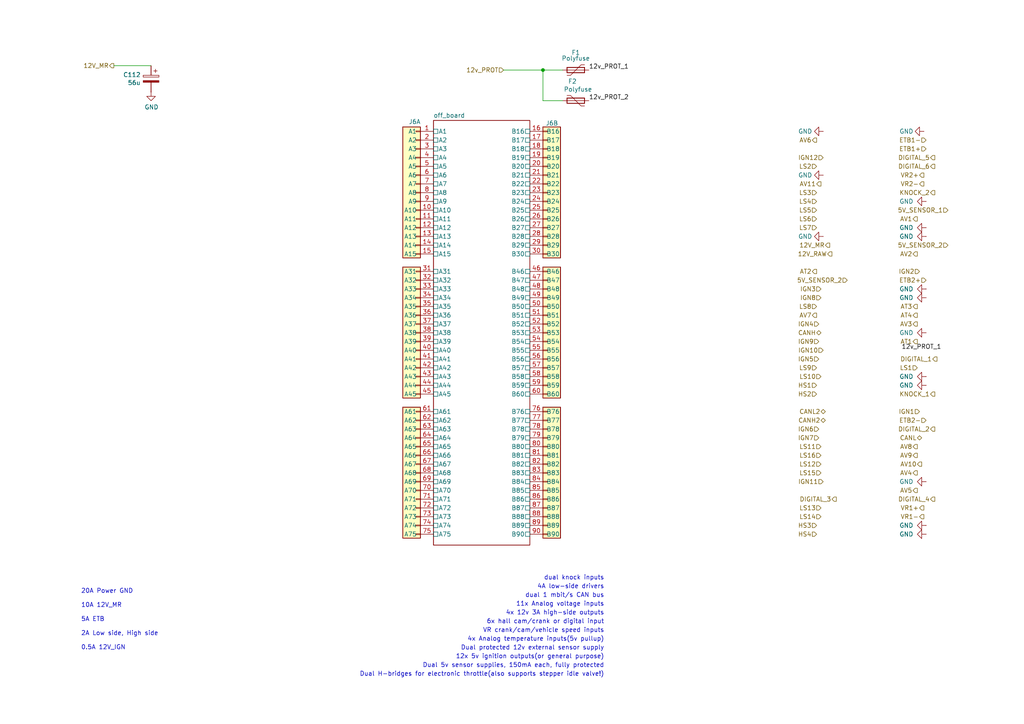
<source format=kicad_sch>
(kicad_sch (version 20250114) (generator "eeschema") (generator_version "9.0")
  (paper "A4")
  (title_block (title "rusEfi Proteus") (date "2022-04-09") (rev "v0.7") (company "rusEFI") (comment 1 "github.com/mck1117/proteus") (comment 2 "rusefi.com/s/proteus"))
  (lib_symbols
    (symbol "Capacitor_AKL:CP_SMD_Tantalum_Kemet-C_6032" (pin_numbers (hide yes)) (pin_names (offset 0.254))
      (property "Reference" "C" (at 0.635 2.54 0))
      (property "Value" "CP_SMD_Tantalum_Kemet-C_6032" (at 0.635 -2.54 0))
      (symbol "CP_SMD_Tantalum_Kemet-C_6032_0_1"
        (rectangle (start -2.286 1.016) (end 2.286 0.508))
        (polyline (pts (xy -1.778 2.286) (xy -0.762 2.286)))
        (polyline (pts (xy -1.27 2.794) (xy -1.27 1.778)))
        (rectangle (start 2.286 -0.508) (end -2.286 -1.016) (fill (type outline)))
      )
      (symbol "CP_SMD_Tantalum_Kemet-C_6032_0_2"
        (polyline (pts (xy -2.54 -2.54) (xy -0.6604 -0.6604)))
        (polyline (pts (xy -1.8796 0.6096) (xy 0.6096 -1.8796) (xy 0.9652 -1.524) (xy -1.524 0.9652) (xy -1.8796 0.6096)) (fill (type outline)))
        (polyline (pts (xy -0.9652 1.524) (xy 1.524 -0.9652) (xy 1.8796 -0.6096) (xy -0.6096 1.8796) (xy -0.9652 1.524)))
        (polyline (pts (xy 0 2.032) (xy 1.016 2.032)))
        (polyline (pts (xy 0.508 2.54) (xy 0.508 1.524)))
        (polyline (pts (xy 0.6604 0.6604) (xy 2.54 2.54)))
      )
      (symbol "CP_SMD_Tantalum_Kemet-C_6032_1_1"
        (pin passive line (at 0 3.81 270) (length 2.794) (name "~") (number "1"))
        (pin passive line (at 0 -3.81 90) (length 2.794) (name "~") (number "2"))
      )
      (symbol "CP_SMD_Tantalum_Kemet-C_6032_1_2"
        (pin passive line (at -2.54 -2.54 90) (length 0) (name "~") (number "2"))
        (pin passive line (at 2.54 2.54 270) (length 0) (name "~") (number "1"))
      )
    )
    (symbol "Conn_01x90_3Row_Header_1" (pin_names (offset 1.016))
      (property "Reference" "J" (at 1.27 60.833 0))
      (property "Value" "Conn_01x90_3Row_Header" (at 2.032 -61.468 0))
      (symbol "Conn_01x90_3Row_Header_1_1_1"
        (rectangle (start -1.016 59.69) (end 4.064 21.717) (stroke (width 0.254)) (fill (type background)))
        (rectangle (start -1.016 58.547) (end 0.254 58.293) (stroke (width 0.1524)))
        (rectangle (start -1.016 56.007) (end 0.254 55.753) (stroke (width 0.1524)))
        (rectangle (start -1.016 53.467) (end 0.254 53.213) (stroke (width 0.1524)))
        (rectangle (start -1.016 50.927) (end 0.254 50.673) (stroke (width 0.1524)))
        (rectangle (start -1.016 48.387) (end 0.254 48.133) (stroke (width 0.1524)))
        (rectangle (start -1.016 45.847) (end 0.254 45.593) (stroke (width 0.1524)))
        (rectangle (start -1.016 43.307) (end 0.254 43.053) (stroke (width 0.1524)))
        (rectangle (start -1.016 40.767) (end 0.254 40.513) (stroke (width 0.1524)))
        (rectangle (start -1.016 38.227) (end 0.254 37.973) (stroke (width 0.1524)))
        (rectangle (start -1.016 35.687) (end 0.254 35.433) (stroke (width 0.1524)))
        (rectangle (start -1.016 33.147) (end 0.254 32.893) (stroke (width 0.1524)))
        (rectangle (start -1.016 30.607) (end 0.254 30.353) (stroke (width 0.1524)))
        (rectangle (start -1.016 28.067) (end 0.254 27.813) (stroke (width 0.1524)))
        (rectangle (start -1.016 25.527) (end 0.254 25.273) (stroke (width 0.1524)))
        (rectangle (start -1.016 22.987) (end 0.254 22.733) (stroke (width 0.1524)))
        (rectangle (start -1.016 19.05) (end 4.064 -18.923) (stroke (width 0.254)) (fill (type background)))
        (rectangle (start -1.016 17.907) (end 0.254 17.653) (stroke (width 0.1524)))
        (rectangle (start -1.016 15.367) (end 0.254 15.113) (stroke (width 0.1524)))
        (rectangle (start -1.016 12.827) (end 0.254 12.573) (stroke (width 0.1524)))
        (rectangle (start -1.016 10.287) (end 0.254 10.033) (stroke (width 0.1524)))
        (rectangle (start -1.016 7.747) (end 0.254 7.493) (stroke (width 0.1524)))
        (rectangle (start -1.016 5.207) (end 0.254 4.953) (stroke (width 0.1524)))
        (rectangle (start -1.016 2.667) (end 0.254 2.413) (stroke (width 0.1524)))
        (rectangle (start -1.016 0.127) (end 0.254 -0.127) (stroke (width 0.1524)))
        (rectangle (start -1.016 -2.413) (end 0.254 -2.667) (stroke (width 0.1524)))
        (rectangle (start -1.016 -4.953) (end 0.254 -5.207) (stroke (width 0.1524)))
        (rectangle (start -1.016 -7.493) (end 0.254 -7.747) (stroke (width 0.1524)))
        (rectangle (start -1.016 -10.033) (end 0.254 -10.287) (stroke (width 0.1524)))
        (rectangle (start -1.016 -12.573) (end 0.254 -12.827) (stroke (width 0.1524)))
        (rectangle (start -1.016 -15.113) (end 0.254 -15.367) (stroke (width 0.1524)))
        (rectangle (start -1.016 -17.653) (end 0.254 -17.907) (stroke (width 0.1524)))
        (rectangle (start -1.016 -21.59) (end 4.064 -59.563) (stroke (width 0.254)) (fill (type background)))
        (rectangle (start -1.016 -22.733) (end 0.254 -22.987) (stroke (width 0.1524)))
        (rectangle (start -1.016 -25.273) (end 0.254 -25.527) (stroke (width 0.1524)))
        (rectangle (start -1.016 -27.813) (end 0.254 -28.067) (stroke (width 0.1524)))
        (rectangle (start -1.016 -30.353) (end 0.254 -30.607) (stroke (width 0.1524)))
        (rectangle (start -1.016 -32.893) (end 0.254 -33.147) (stroke (width 0.1524)))
        (rectangle (start -1.016 -35.433) (end 0.254 -35.687) (stroke (width 0.1524)))
        (rectangle (start -1.016 -37.973) (end 0.254 -38.227) (stroke (width 0.1524)))
        (rectangle (start -1.016 -40.513) (end 0.254 -40.767) (stroke (width 0.1524)))
        (rectangle (start -1.016 -43.053) (end 0.254 -43.307) (stroke (width 0.1524)))
        (rectangle (start -1.016 -45.593) (end 0.254 -45.847) (stroke (width 0.1524)))
        (rectangle (start -1.016 -48.133) (end 0.254 -48.387) (stroke (width 0.1524)))
        (rectangle (start -1.016 -50.673) (end 0.254 -50.927) (stroke (width 0.1524)))
        (rectangle (start -1.016 -53.213) (end 0.254 -53.467) (stroke (width 0.1524)))
        (rectangle (start -1.016 -55.753) (end 0.254 -56.007) (stroke (width 0.1524)))
        (rectangle (start -1.016 -58.293) (end 0.254 -58.547) (stroke (width 0.1524)))
        (pin passive line (at -4.826 58.42 0) (length 3.81) (name "A1") (number "1"))
        (pin passive line (at -4.826 55.88 0) (length 3.81) (name "A2") (number "2"))
        (pin passive line (at -4.826 53.34 0) (length 3.81) (name "A3") (number "3"))
        (pin passive line (at -4.826 50.8 0) (length 3.81) (name "A4") (number "4"))
        (pin passive line (at -4.826 48.26 0) (length 3.81) (name "A5") (number "5"))
        (pin passive line (at -4.826 45.72 0) (length 3.81) (name "A6") (number "6"))
        (pin passive line (at -4.826 43.18 0) (length 3.81) (name "A7") (number "7"))
        (pin passive line (at -4.826 40.64 0) (length 3.81) (name "A8") (number "8"))
        (pin passive line (at -4.826 38.1 0) (length 3.81) (name "A9") (number "9"))
        (pin passive line (at -4.826 35.56 0) (length 3.81) (name "A10") (number "10"))
        (pin passive line (at -4.826 33.02 0) (length 3.81) (name "A11") (number "11"))
        (pin passive line (at -4.826 30.48 0) (length 3.81) (name "A12") (number "12"))
        (pin passive line (at -4.826 27.94 0) (length 3.81) (name "A13") (number "13"))
        (pin passive line (at -4.826 25.4 0) (length 3.81) (name "A14") (number "14"))
        (pin passive line (at -4.826 22.86 0) (length 3.81) (name "A15") (number "15"))
        (pin passive line (at -4.826 17.78 0) (length 3.81) (name "A31") (number "31"))
        (pin passive line (at -4.826 15.24 0) (length 3.81) (name "A32") (number "32"))
        (pin passive line (at -4.826 12.7 0) (length 3.81) (name "A33") (number "33"))
        (pin passive line (at -4.826 10.16 0) (length 3.81) (name "A34") (number "34"))
        (pin passive line (at -4.826 7.62 0) (length 3.81) (name "A35") (number "35"))
        (pin passive line (at -4.826 5.08 0) (length 3.81) (name "A36") (number "36"))
        (pin passive line (at -4.826 2.54 0) (length 3.81) (name "A37") (number "37"))
        (pin passive line (at -4.826 0 0) (length 3.81) (name "A38") (number "38"))
        (pin passive line (at -4.826 -2.54 0) (length 3.81) (name "A39") (number "39"))
        (pin passive line (at -4.826 -5.08 0) (length 3.81) (name "A40") (number "40"))
        (pin passive line (at -4.826 -7.62 0) (length 3.81) (name "A41") (number "41"))
        (pin passive line (at -4.826 -10.16 0) (length 3.81) (name "A42") (number "42"))
        (pin passive line (at -4.826 -12.7 0) (length 3.81) (name "A43") (number "43"))
        (pin passive line (at -4.826 -15.24 0) (length 3.81) (name "A44") (number "44"))
        (pin passive line (at -4.826 -17.78 0) (length 3.81) (name "A45") (number "45"))
        (pin passive line (at -4.826 -22.86 0) (length 3.81) (name "A61") (number "61"))
        (pin passive line (at -4.826 -25.4 0) (length 3.81) (name "A62") (number "62"))
        (pin passive line (at -4.826 -27.94 0) (length 3.81) (name "A63") (number "63"))
        (pin passive line (at -4.826 -30.48 0) (length 3.81) (name "A64") (number "64"))
        (pin passive line (at -4.826 -33.02 0) (length 3.81) (name "A65") (number "65"))
        (pin passive line (at -4.826 -35.56 0) (length 3.81) (name "A66") (number "66"))
        (pin passive line (at -4.826 -38.1 0) (length 3.81) (name "A67") (number "67"))
        (pin passive line (at -4.826 -40.64 0) (length 3.81) (name "A68") (number "68"))
        (pin passive line (at -4.826 -43.18 0) (length 3.81) (name "A69") (number "69"))
        (pin passive line (at -4.826 -45.72 0) (length 3.81) (name "A70") (number "70"))
        (pin passive line (at -4.826 -48.26 0) (length 3.81) (name "A71") (number "71"))
        (pin passive line (at -4.826 -50.8 0) (length 3.81) (name "A72") (number "72"))
        (pin passive line (at -4.826 -53.34 0) (length 3.81) (name "A73") (number "73"))
        (pin passive line (at -4.826 -55.88 0) (length 3.81) (name "A74") (number "74"))
        (pin passive line (at -4.826 -58.42 0) (length 3.81) (name "A75") (number "75"))
      )
      (symbol "Conn_01x90_3Row_Header_1_2_1"
        (rectangle (start -1.27 57.15) (end 3.81 19.177) (stroke (width 0.254)) (fill (type background)))
        (rectangle (start -1.27 56.007) (end 0 55.753) (stroke (width 0.1524)))
        (rectangle (start -1.27 53.467) (end 0 53.213) (stroke (width 0.1524)))
        (rectangle (start -1.27 50.927) (end 0 50.673) (stroke (width 0.1524)))
        (rectangle (start -1.27 48.387) (end 0 48.133) (stroke (width 0.1524)))
        (rectangle (start -1.27 45.847) (end 0 45.593) (stroke (width 0.1524)))
        (rectangle (start -1.27 43.307) (end 0 43.053) (stroke (width 0.1524)))
        (rectangle (start -1.27 40.767) (end 0 40.513) (stroke (width 0.1524)))
        (rectangle (start -1.27 38.227) (end 0 37.973) (stroke (width 0.1524)))
        (rectangle (start -1.27 35.687) (end 0 35.433) (stroke (width 0.1524)))
        (rectangle (start -1.27 33.147) (end 0 32.893) (stroke (width 0.1524)))
        (rectangle (start -1.27 30.607) (end 0 30.353) (stroke (width 0.1524)))
        (rectangle (start -1.27 28.067) (end 0 27.813) (stroke (width 0.1524)))
        (rectangle (start -1.27 25.527) (end 0 25.273) (stroke (width 0.1524)))
        (rectangle (start -1.27 22.987) (end 0 22.733) (stroke (width 0.1524)))
        (rectangle (start -1.27 20.447) (end 0 20.193) (stroke (width 0.1524)))
        (rectangle (start -1.27 16.51) (end 3.81 -21.463) (stroke (width 0.254)) (fill (type background)))
        (rectangle (start -1.27 15.367) (end 0 15.113) (stroke (width 0.1524)))
        (rectangle (start -1.27 12.827) (end 0 12.573) (stroke (width 0.1524)))
        (rectangle (start -1.27 10.287) (end 0 10.033) (stroke (width 0.1524)))
        (rectangle (start -1.27 7.747) (end 0 7.493) (stroke (width 0.1524)))
        (rectangle (start -1.27 5.207) (end 0 4.953) (stroke (width 0.1524)))
        (rectangle (start -1.27 2.667) (end 0 2.413) (stroke (width 0.1524)))
        (rectangle (start -1.27 0.127) (end 0 -0.127) (stroke (width 0.1524)))
        (rectangle (start -1.27 -2.413) (end 0 -2.667) (stroke (width 0.1524)))
        (rectangle (start -1.27 -4.953) (end 0 -5.207) (stroke (width 0.1524)))
        (rectangle (start -1.27 -7.493) (end 0 -7.747) (stroke (width 0.1524)))
        (rectangle (start -1.27 -10.033) (end 0 -10.287) (stroke (width 0.1524)))
        (rectangle (start -1.27 -12.573) (end 0 -12.827) (stroke (width 0.1524)))
        (rectangle (start -1.27 -15.113) (end 0 -15.367) (stroke (width 0.1524)))
        (rectangle (start -1.27 -17.653) (end 0 -17.907) (stroke (width 0.1524)))
        (rectangle (start -1.27 -20.193) (end 0 -20.447) (stroke (width 0.1524)))
        (rectangle (start -1.27 -24.13) (end 3.81 -62.103) (stroke (width 0.254)) (fill (type background)))
        (rectangle (start -1.27 -25.273) (end 0 -25.527) (stroke (width 0.1524)))
        (rectangle (start -1.27 -27.813) (end 0 -28.067) (stroke (width 0.1524)))
        (rectangle (start -1.27 -30.353) (end 0 -30.607) (stroke (width 0.1524)))
        (rectangle (start -1.27 -32.893) (end 0 -33.147) (stroke (width 0.1524)))
        (rectangle (start -1.27 -35.433) (end 0 -35.687) (stroke (width 0.1524)))
        (rectangle (start -1.27 -37.973) (end 0 -38.227) (stroke (width 0.1524)))
        (rectangle (start -1.27 -40.513) (end 0 -40.767) (stroke (width 0.1524)))
        (rectangle (start -1.27 -43.053) (end 0 -43.307) (stroke (width 0.1524)))
        (rectangle (start -1.27 -45.593) (end 0 -45.847) (stroke (width 0.1524)))
        (rectangle (start -1.27 -48.133) (end 0 -48.387) (stroke (width 0.1524)))
        (rectangle (start -1.27 -50.673) (end 0 -50.927) (stroke (width 0.1524)))
        (rectangle (start -1.27 -53.213) (end 0 -53.467) (stroke (width 0.1524)))
        (rectangle (start -1.27 -55.753) (end 0 -56.007) (stroke (width 0.1524)))
        (rectangle (start -1.27 -58.293) (end 0 -58.547) (stroke (width 0.1524)))
        (rectangle (start -1.27 -60.833) (end 0 -61.087) (stroke (width 0.1524)))
        (pin passive line (at -5.08 55.88 0) (length 3.81) (name "B16") (number "16"))
        (pin passive line (at -5.08 53.34 0) (length 3.81) (name "B17") (number "17"))
        (pin passive line (at -5.08 50.8 0) (length 3.81) (name "B18") (number "18"))
        (pin passive line (at -5.08 48.26 0) (length 3.81) (name "B19") (number "19"))
        (pin passive line (at -5.08 45.72 0) (length 3.81) (name "B20") (number "20"))
        (pin passive line (at -5.08 43.18 0) (length 3.81) (name "B21") (number "21"))
        (pin passive line (at -5.08 40.64 0) (length 3.81) (name "B22") (number "22"))
        (pin passive line (at -5.08 38.1 0) (length 3.81) (name "B23") (number "23"))
        (pin passive line (at -5.08 35.56 0) (length 3.81) (name "B24") (number "24"))
        (pin passive line (at -5.08 33.02 0) (length 3.81) (name "B25") (number "25"))
        (pin passive line (at -5.08 30.48 0) (length 3.81) (name "B26") (number "26"))
        (pin passive line (at -5.08 27.94 0) (length 3.81) (name "B27") (number "27"))
        (pin passive line (at -5.08 25.4 0) (length 3.81) (name "B28") (number "28"))
        (pin passive line (at -5.08 22.86 0) (length 3.81) (name "B29") (number "29"))
        (pin passive line (at -5.08 20.32 0) (length 3.81) (name "B30") (number "30"))
        (pin passive line (at -5.08 15.24 0) (length 3.81) (name "B46") (number "46"))
        (pin passive line (at -5.08 12.7 0) (length 3.81) (name "B47") (number "47"))
        (pin passive line (at -5.08 10.16 0) (length 3.81) (name "B48") (number "48"))
        (pin passive line (at -5.08 7.62 0) (length 3.81) (name "B49") (number "49"))
        (pin passive line (at -5.08 5.08 0) (length 3.81) (name "B50") (number "50"))
        (pin passive line (at -5.08 2.54 0) (length 3.81) (name "B51") (number "51"))
        (pin passive line (at -5.08 0 0) (length 3.81) (name "B52") (number "52"))
        (pin passive line (at -5.08 -2.54 0) (length 3.81) (name "B53") (number "53"))
        (pin passive line (at -5.08 -5.08 0) (length 3.81) (name "B54") (number "54"))
        (pin passive line (at -5.08 -7.62 0) (length 3.81) (name "B55") (number "55"))
        (pin passive line (at -5.08 -10.16 0) (length 3.81) (name "B56") (number "56"))
        (pin passive line (at -5.08 -12.7 0) (length 3.81) (name "B57") (number "57"))
        (pin passive line (at -5.08 -15.24 0) (length 3.81) (name "B58") (number "58"))
        (pin passive line (at -5.08 -17.78 0) (length 3.81) (name "B59") (number "59"))
        (pin passive line (at -5.08 -20.32 0) (length 3.81) (name "B60") (number "60"))
        (pin passive line (at -5.08 -25.4 0) (length 3.81) (name "B76") (number "76"))
        (pin passive line (at -5.08 -27.94 0) (length 3.81) (name "B77") (number "77"))
        (pin passive line (at -5.08 -30.48 0) (length 3.81) (name "B78") (number "78"))
        (pin passive line (at -5.08 -33.02 0) (length 3.81) (name "B79") (number "79"))
        (pin passive line (at -5.08 -35.56 0) (length 3.81) (name "B80") (number "80"))
        (pin passive line (at -5.08 -38.1 0) (length 3.81) (name "B81") (number "81"))
        (pin passive line (at -5.08 -40.64 0) (length 3.81) (name "B82") (number "82"))
        (pin passive line (at -5.08 -43.18 0) (length 3.81) (name "B83") (number "83"))
        (pin passive line (at -5.08 -45.72 0) (length 3.81) (name "B84") (number "84"))
        (pin passive line (at -5.08 -48.26 0) (length 3.81) (name "B85") (number "85"))
        (pin passive line (at -5.08 -50.8 0) (length 3.81) (name "B86") (number "86"))
        (pin passive line (at -5.08 -53.34 0) (length 3.81) (name "B87") (number "87"))
        (pin passive line (at -5.08 -55.88 0) (length 3.81) (name "B88") (number "88"))
        (pin passive line (at -5.08 -58.42 0) (length 3.81) (name "B89") (number "89"))
        (pin passive line (at -5.08 -60.96 0) (length 3.81) (name "B90") (number "90"))
      )
    )
    (symbol "Device:Polyfuse" (pin_numbers (hide yes)) (pin_names (offset 0))
      (property "Reference" "F" (at -2.54 0 90))
      (property "Value" "Polyfuse" (at 2.54 0 90))
      (symbol "Polyfuse_0_1"
        (polyline (pts (xy -1.524 2.54) (xy -1.524 1.524) (xy 1.524 -1.524) (xy 1.524 -2.54)))
        (rectangle (start -0.762 2.54) (end 0.762 -2.54) (stroke (width 0.254)))
        (polyline (pts (xy 0 2.54) (xy 0 -2.54)))
      )
      (symbol "Polyfuse_1_1"
        (pin passive line (at 0 3.81 270) (length 1.27) (name "~") (number "1"))
        (pin passive line (at 0 -3.81 90) (length 1.27) (name "~") (number "2"))
      )
    )
    (symbol "power:GND" (power) (pin_numbers (hide yes)) (pin_names (offset 0) (hide yes))
      (property "Value" "GND" (at 0 -3.81 0))
      (symbol "GND_0_1"
        (polyline (pts (xy 0 0) (xy 0 -1.27) (xy 1.27 -1.27) (xy 0 -2.54) (xy -1.27 -1.27) (xy 0 -1.27)))
      )
      (symbol "GND_1_1"
        (pin power_in line (at 0 0 270) (length 0) (name "~") (number "1"))
      )
    )
    (symbol "sicma_socket:Conn_01x90_3Row_Header" (pin_names (offset 1.016))
      (property "Reference" "J" (at 1.27 60.833 0))
      (property "Value" "Conn_01x90_3Row_Header" (at 2.032 -61.468 0))
      (symbol "Conn_01x90_3Row_Header_1_1"
        (rectangle (start -1.016 59.69) (end 4.064 21.717) (stroke (width 0.254)) (fill (type background)))
        (rectangle (start -1.016 58.547) (end 0.254 58.293) (stroke (width 0.1524)))
        (rectangle (start -1.016 56.007) (end 0.254 55.753) (stroke (width 0.1524)))
        (rectangle (start -1.016 53.467) (end 0.254 53.213) (stroke (width 0.1524)))
        (rectangle (start -1.016 50.927) (end 0.254 50.673) (stroke (width 0.1524)))
        (rectangle (start -1.016 48.387) (end 0.254 48.133) (stroke (width 0.1524)))
        (rectangle (start -1.016 45.847) (end 0.254 45.593) (stroke (width 0.1524)))
        (rectangle (start -1.016 43.307) (end 0.254 43.053) (stroke (width 0.1524)))
        (rectangle (start -1.016 40.767) (end 0.254 40.513) (stroke (width 0.1524)))
        (rectangle (start -1.016 38.227) (end 0.254 37.973) (stroke (width 0.1524)))
        (rectangle (start -1.016 35.687) (end 0.254 35.433) (stroke (width 0.1524)))
        (rectangle (start -1.016 33.147) (end 0.254 32.893) (stroke (width 0.1524)))
        (rectangle (start -1.016 30.607) (end 0.254 30.353) (stroke (width 0.1524)))
        (rectangle (start -1.016 28.067) (end 0.254 27.813) (stroke (width 0.1524)))
        (rectangle (start -1.016 25.527) (end 0.254 25.273) (stroke (width 0.1524)))
        (rectangle (start -1.016 22.987) (end 0.254 22.733) (stroke (width 0.1524)))
        (rectangle (start -1.016 19.05) (end 4.064 -18.923) (stroke (width 0.254)) (fill (type background)))
        (rectangle (start -1.016 17.907) (end 0.254 17.653) (stroke (width 0.1524)))
        (rectangle (start -1.016 15.367) (end 0.254 15.113) (stroke (width 0.1524)))
        (rectangle (start -1.016 12.827) (end 0.254 12.573) (stroke (width 0.1524)))
        (rectangle (start -1.016 10.287) (end 0.254 10.033) (stroke (width 0.1524)))
        (rectangle (start -1.016 7.747) (end 0.254 7.493) (stroke (width 0.1524)))
        (rectangle (start -1.016 5.207) (end 0.254 4.953) (stroke (width 0.1524)))
        (rectangle (start -1.016 2.667) (end 0.254 2.413) (stroke (width 0.1524)))
        (rectangle (start -1.016 0.127) (end 0.254 -0.127) (stroke (width 0.1524)))
        (rectangle (start -1.016 -2.413) (end 0.254 -2.667) (stroke (width 0.1524)))
        (rectangle (start -1.016 -4.953) (end 0.254 -5.207) (stroke (width 0.1524)))
        (rectangle (start -1.016 -7.493) (end 0.254 -7.747) (stroke (width 0.1524)))
        (rectangle (start -1.016 -10.033) (end 0.254 -10.287) (stroke (width 0.1524)))
        (rectangle (start -1.016 -12.573) (end 0.254 -12.827) (stroke (width 0.1524)))
        (rectangle (start -1.016 -15.113) (end 0.254 -15.367) (stroke (width 0.1524)))
        (rectangle (start -1.016 -17.653) (end 0.254 -17.907) (stroke (width 0.1524)))
        (rectangle (start -1.016 -21.59) (end 4.064 -59.563) (stroke (width 0.254)) (fill (type background)))
        (rectangle (start -1.016 -22.733) (end 0.254 -22.987) (stroke (width 0.1524)))
        (rectangle (start -1.016 -25.273) (end 0.254 -25.527) (stroke (width 0.1524)))
        (rectangle (start -1.016 -27.813) (end 0.254 -28.067) (stroke (width 0.1524)))
        (rectangle (start -1.016 -30.353) (end 0.254 -30.607) (stroke (width 0.1524)))
        (rectangle (start -1.016 -32.893) (end 0.254 -33.147) (stroke (width 0.1524)))
        (rectangle (start -1.016 -35.433) (end 0.254 -35.687) (stroke (width 0.1524)))
        (rectangle (start -1.016 -37.973) (end 0.254 -38.227) (stroke (width 0.1524)))
        (rectangle (start -1.016 -40.513) (end 0.254 -40.767) (stroke (width 0.1524)))
        (rectangle (start -1.016 -43.053) (end 0.254 -43.307) (stroke (width 0.1524)))
        (rectangle (start -1.016 -45.593) (end 0.254 -45.847) (stroke (width 0.1524)))
        (rectangle (start -1.016 -48.133) (end 0.254 -48.387) (stroke (width 0.1524)))
        (rectangle (start -1.016 -50.673) (end 0.254 -50.927) (stroke (width 0.1524)))
        (rectangle (start -1.016 -53.213) (end 0.254 -53.467) (stroke (width 0.1524)))
        (rectangle (start -1.016 -55.753) (end 0.254 -56.007) (stroke (width 0.1524)))
        (rectangle (start -1.016 -58.293) (end 0.254 -58.547) (stroke (width 0.1524)))
        (pin passive line (at -4.826 58.42 0) (length 3.81) (name "A1") (number "1"))
        (pin passive line (at -4.826 55.88 0) (length 3.81) (name "A2") (number "2"))
        (pin passive line (at -4.826 53.34 0) (length 3.81) (name "A3") (number "3"))
        (pin passive line (at -4.826 50.8 0) (length 3.81) (name "A4") (number "4"))
        (pin passive line (at -4.826 48.26 0) (length 3.81) (name "A5") (number "5"))
        (pin passive line (at -4.826 45.72 0) (length 3.81) (name "A6") (number "6"))
        (pin passive line (at -4.826 43.18 0) (length 3.81) (name "A7") (number "7"))
        (pin passive line (at -4.826 40.64 0) (length 3.81) (name "A8") (number "8"))
        (pin passive line (at -4.826 38.1 0) (length 3.81) (name "A9") (number "9"))
        (pin passive line (at -4.826 35.56 0) (length 3.81) (name "A10") (number "10"))
        (pin passive line (at -4.826 33.02 0) (length 3.81) (name "A11") (number "11"))
        (pin passive line (at -4.826 30.48 0) (length 3.81) (name "A12") (number "12"))
        (pin passive line (at -4.826 27.94 0) (length 3.81) (name "A13") (number "13"))
        (pin passive line (at -4.826 25.4 0) (length 3.81) (name "A14") (number "14"))
        (pin passive line (at -4.826 22.86 0) (length 3.81) (name "A15") (number "15"))
        (pin passive line (at -4.826 17.78 0) (length 3.81) (name "A31") (number "31"))
        (pin passive line (at -4.826 15.24 0) (length 3.81) (name "A32") (number "32"))
        (pin passive line (at -4.826 12.7 0) (length 3.81) (name "A33") (number "33"))
        (pin passive line (at -4.826 10.16 0) (length 3.81) (name "A34") (number "34"))
        (pin passive line (at -4.826 7.62 0) (length 3.81) (name "A35") (number "35"))
        (pin passive line (at -4.826 5.08 0) (length 3.81) (name "A36") (number "36"))
        (pin passive line (at -4.826 2.54 0) (length 3.81) (name "A37") (number "37"))
        (pin passive line (at -4.826 0 0) (length 3.81) (name "A38") (number "38"))
        (pin passive line (at -4.826 -2.54 0) (length 3.81) (name "A39") (number "39"))
        (pin passive line (at -4.826 -5.08 0) (length 3.81) (name "A40") (number "40"))
        (pin passive line (at -4.826 -7.62 0) (length 3.81) (name "A41") (number "41"))
        (pin passive line (at -4.826 -10.16 0) (length 3.81) (name "A42") (number "42"))
        (pin passive line (at -4.826 -12.7 0) (length 3.81) (name "A43") (number "43"))
        (pin passive line (at -4.826 -15.24 0) (length 3.81) (name "A44") (number "44"))
        (pin passive line (at -4.826 -17.78 0) (length 3.81) (name "A45") (number "45"))
        (pin passive line (at -4.826 -22.86 0) (length 3.81) (name "A61") (number "61"))
        (pin passive line (at -4.826 -25.4 0) (length 3.81) (name "A62") (number "62"))
        (pin passive line (at -4.826 -27.94 0) (length 3.81) (name "A63") (number "63"))
        (pin passive line (at -4.826 -30.48 0) (length 3.81) (name "A64") (number "64"))
        (pin passive line (at -4.826 -33.02 0) (length 3.81) (name "A65") (number "65"))
        (pin passive line (at -4.826 -35.56 0) (length 3.81) (name "A66") (number "66"))
        (pin passive line (at -4.826 -38.1 0) (length 3.81) (name "A67") (number "67"))
        (pin passive line (at -4.826 -40.64 0) (length 3.81) (name "A68") (number "68"))
        (pin passive line (at -4.826 -43.18 0) (length 3.81) (name "A69") (number "69"))
        (pin passive line (at -4.826 -45.72 0) (length 3.81) (name "A70") (number "70"))
        (pin passive line (at -4.826 -48.26 0) (length 3.81) (name "A71") (number "71"))
        (pin passive line (at -4.826 -50.8 0) (length 3.81) (name "A72") (number "72"))
        (pin passive line (at -4.826 -53.34 0) (length 3.81) (name "A73") (number "73"))
        (pin passive line (at -4.826 -55.88 0) (length 3.81) (name "A74") (number "74"))
        (pin passive line (at -4.826 -58.42 0) (length 3.81) (name "A75") (number "75"))
      )
      (symbol "Conn_01x90_3Row_Header_2_1"
        (rectangle (start -1.27 57.15) (end 3.81 19.177) (stroke (width 0.254)) (fill (type background)))
        (rectangle (start -1.27 56.007) (end 0 55.753) (stroke (width 0.1524)))
        (rectangle (start -1.27 53.467) (end 0 53.213) (stroke (width 0.1524)))
        (rectangle (start -1.27 50.927) (end 0 50.673) (stroke (width 0.1524)))
        (rectangle (start -1.27 48.387) (end 0 48.133) (stroke (width 0.1524)))
        (rectangle (start -1.27 45.847) (end 0 45.593) (stroke (width 0.1524)))
        (rectangle (start -1.27 43.307) (end 0 43.053) (stroke (width 0.1524)))
        (rectangle (start -1.27 40.767) (end 0 40.513) (stroke (width 0.1524)))
        (rectangle (start -1.27 38.227) (end 0 37.973) (stroke (width 0.1524)))
        (rectangle (start -1.27 35.687) (end 0 35.433) (stroke (width 0.1524)))
        (rectangle (start -1.27 33.147) (end 0 32.893) (stroke (width 0.1524)))
        (rectangle (start -1.27 30.607) (end 0 30.353) (stroke (width 0.1524)))
        (rectangle (start -1.27 28.067) (end 0 27.813) (stroke (width 0.1524)))
        (rectangle (start -1.27 25.527) (end 0 25.273) (stroke (width 0.1524)))
        (rectangle (start -1.27 22.987) (end 0 22.733) (stroke (width 0.1524)))
        (rectangle (start -1.27 20.447) (end 0 20.193) (stroke (width 0.1524)))
        (rectangle (start -1.27 16.51) (end 3.81 -21.463) (stroke (width 0.254)) (fill (type background)))
        (rectangle (start -1.27 15.367) (end 0 15.113) (stroke (width 0.1524)))
        (rectangle (start -1.27 12.827) (end 0 12.573) (stroke (width 0.1524)))
        (rectangle (start -1.27 10.287) (end 0 10.033) (stroke (width 0.1524)))
        (rectangle (start -1.27 7.747) (end 0 7.493) (stroke (width 0.1524)))
        (rectangle (start -1.27 5.207) (end 0 4.953) (stroke (width 0.1524)))
        (rectangle (start -1.27 2.667) (end 0 2.413) (stroke (width 0.1524)))
        (rectangle (start -1.27 0.127) (end 0 -0.127) (stroke (width 0.1524)))
        (rectangle (start -1.27 -2.413) (end 0 -2.667) (stroke (width 0.1524)))
        (rectangle (start -1.27 -4.953) (end 0 -5.207) (stroke (width 0.1524)))
        (rectangle (start -1.27 -7.493) (end 0 -7.747) (stroke (width 0.1524)))
        (rectangle (start -1.27 -10.033) (end 0 -10.287) (stroke (width 0.1524)))
        (rectangle (start -1.27 -12.573) (end 0 -12.827) (stroke (width 0.1524)))
        (rectangle (start -1.27 -15.113) (end 0 -15.367) (stroke (width 0.1524)))
        (rectangle (start -1.27 -17.653) (end 0 -17.907) (stroke (width 0.1524)))
        (rectangle (start -1.27 -20.193) (end 0 -20.447) (stroke (width 0.1524)))
        (rectangle (start -1.27 -24.13) (end 3.81 -62.103) (stroke (width 0.254)) (fill (type background)))
        (rectangle (start -1.27 -25.273) (end 0 -25.527) (stroke (width 0.1524)))
        (rectangle (start -1.27 -27.813) (end 0 -28.067) (stroke (width 0.1524)))
        (rectangle (start -1.27 -30.353) (end 0 -30.607) (stroke (width 0.1524)))
        (rectangle (start -1.27 -32.893) (end 0 -33.147) (stroke (width 0.1524)))
        (rectangle (start -1.27 -35.433) (end 0 -35.687) (stroke (width 0.1524)))
        (rectangle (start -1.27 -37.973) (end 0 -38.227) (stroke (width 0.1524)))
        (rectangle (start -1.27 -40.513) (end 0 -40.767) (stroke (width 0.1524)))
        (rectangle (start -1.27 -43.053) (end 0 -43.307) (stroke (width 0.1524)))
        (rectangle (start -1.27 -45.593) (end 0 -45.847) (stroke (width 0.1524)))
        (rectangle (start -1.27 -48.133) (end 0 -48.387) (stroke (width 0.1524)))
        (rectangle (start -1.27 -50.673) (end 0 -50.927) (stroke (width 0.1524)))
        (rectangle (start -1.27 -53.213) (end 0 -53.467) (stroke (width 0.1524)))
        (rectangle (start -1.27 -55.753) (end 0 -56.007) (stroke (width 0.1524)))
        (rectangle (start -1.27 -58.293) (end 0 -58.547) (stroke (width 0.1524)))
        (rectangle (start -1.27 -60.833) (end 0 -61.087) (stroke (width 0.1524)))
        (pin passive line (at -5.08 55.88 0) (length 3.81) (name "B16") (number "16"))
        (pin passive line (at -5.08 53.34 0) (length 3.81) (name "B17") (number "17"))
        (pin passive line (at -5.08 50.8 0) (length 3.81) (name "B18") (number "18"))
        (pin passive line (at -5.08 48.26 0) (length 3.81) (name "B19") (number "19"))
        (pin passive line (at -5.08 45.72 0) (length 3.81) (name "B20") (number "20"))
        (pin passive line (at -5.08 43.18 0) (length 3.81) (name "B21") (number "21"))
        (pin passive line (at -5.08 40.64 0) (length 3.81) (name "B22") (number "22"))
        (pin passive line (at -5.08 38.1 0) (length 3.81) (name "B23") (number "23"))
        (pin passive line (at -5.08 35.56 0) (length 3.81) (name "B24") (number "24"))
        (pin passive line (at -5.08 33.02 0) (length 3.81) (name "B25") (number "25"))
        (pin passive line (at -5.08 30.48 0) (length 3.81) (name "B26") (number "26"))
        (pin passive line (at -5.08 27.94 0) (length 3.81) (name "B27") (number "27"))
        (pin passive line (at -5.08 25.4 0) (length 3.81) (name "B28") (number "28"))
        (pin passive line (at -5.08 22.86 0) (length 3.81) (name "B29") (number "29"))
        (pin passive line (at -5.08 20.32 0) (length 3.81) (name "B30") (number "30"))
        (pin passive line (at -5.08 15.24 0) (length 3.81) (name "B46") (number "46"))
        (pin passive line (at -5.08 12.7 0) (length 3.81) (name "B47") (number "47"))
        (pin passive line (at -5.08 10.16 0) (length 3.81) (name "B48") (number "48"))
        (pin passive line (at -5.08 7.62 0) (length 3.81) (name "B49") (number "49"))
        (pin passive line (at -5.08 5.08 0) (length 3.81) (name "B50") (number "50"))
        (pin passive line (at -5.08 2.54 0) (length 3.81) (name "B51") (number "51"))
        (pin passive line (at -5.08 0 0) (length 3.81) (name "B52") (number "52"))
        (pin passive line (at -5.08 -2.54 0) (length 3.81) (name "B53") (number "53"))
        (pin passive line (at -5.08 -5.08 0) (length 3.81) (name "B54") (number "54"))
        (pin passive line (at -5.08 -7.62 0) (length 3.81) (name "B55") (number "55"))
        (pin passive line (at -5.08 -10.16 0) (length 3.81) (name "B56") (number "56"))
        (pin passive line (at -5.08 -12.7 0) (length 3.81) (name "B57") (number "57"))
        (pin passive line (at -5.08 -15.24 0) (length 3.81) (name "B58") (number "58"))
        (pin passive line (at -5.08 -17.78 0) (length 3.81) (name "B59") (number "59"))
        (pin passive line (at -5.08 -20.32 0) (length 3.81) (name "B60") (number "60"))
        (pin passive line (at -5.08 -25.4 0) (length 3.81) (name "B76") (number "76"))
        (pin passive line (at -5.08 -27.94 0) (length 3.81) (name "B77") (number "77"))
        (pin passive line (at -5.08 -30.48 0) (length 3.81) (name "B78") (number "78"))
        (pin passive line (at -5.08 -33.02 0) (length 3.81) (name "B79") (number "79"))
        (pin passive line (at -5.08 -35.56 0) (length 3.81) (name "B80") (number "80"))
        (pin passive line (at -5.08 -38.1 0) (length 3.81) (name "B81") (number "81"))
        (pin passive line (at -5.08 -40.64 0) (length 3.81) (name "B82") (number "82"))
        (pin passive line (at -5.08 -43.18 0) (length 3.81) (name "B83") (number "83"))
        (pin passive line (at -5.08 -45.72 0) (length 3.81) (name "B84") (number "84"))
        (pin passive line (at -5.08 -48.26 0) (length 3.81) (name "B85") (number "85"))
        (pin passive line (at -5.08 -50.8 0) (length 3.81) (name "B86") (number "86"))
        (pin passive line (at -5.08 -53.34 0) (length 3.81) (name "B87") (number "87"))
        (pin passive line (at -5.08 -55.88 0) (length 3.81) (name "B88") (number "88"))
        (pin passive line (at -5.08 -58.42 0) (length 3.81) (name "B89") (number "89"))
        (pin passive line (at -5.08 -60.96 0) (length 3.81) (name "B90") (number "90"))
      )
    )
  )
  (text "20A Power GND\n\n10A 12V_MR\n\n5A ETB\n\n2A Low side, High side\n\n0.5A 12V_IGN" (at 23.495 179.705 0) (effects (font (size 1.27 1.27)) (justify left)))
  (text "4x 12v 3A high-side outputs" (at 175.26 177.8 0) (effects (font (size 1.27 1.27)) (justify right)))
  (text "12x 5v ignition outputs(or general purpose)" (at 175.26 190.5 0) (effects (font (size 1.27 1.27)) (justify right)))
  (text "dual 1 mbit/s CAN bus" (at 175.26 172.72 0) (effects (font (size 1.27 1.27)) (justify right)))
  (text "Dual protected 12v external sensor supply" (at 175.26 187.96 0) (effects (font (size 1.27 1.27)) (justify right)))
  (text "4A low-side drivers" (at 175.26 170.18 0) (effects (font (size 1.27 1.27)) (justify right)))
  (text "dual knock inputs" (at 175.26 167.64 0) (effects (font (size 1.27 1.27)) (justify right)))
  (text "4x Analog temperature inputs(5v pullup)" (at 175.26 185.42 0) (effects (font (size 1.27 1.27)) (justify right)))
  (text "11x Analog voltage inputs" (at 175.26 175.26 0) (effects (font (size 1.27 1.27)) (justify right)))
  (text "Dual 5v sensor supplies, 150mA each, fully protected" (at 175.26 193.04 0) (effects (font (size 1.27 1.27)) (justify right)))
  (text "Dual H-bridges for electronic throttle(also supports stepper idle valve!)" (at 175.26 195.58 0) (effects (font (size 1.27 1.27)) (justify right)))
  (text "VR crank/cam/vehicle speed inputs" (at 175.26 182.88 0) (effects (font (size 1.27 1.27)) (justify right)))
  (text "6x hall cam/crank or digital input" (at 175.26 180.34 0) (effects (font (size 1.27 1.27)) (justify right)))
  (junction (at 157.48 20.32))
  (wire (pts (xy 43.815 19.05) (xy 33.02 19.05)))
  (wire (pts (xy 157.48 20.32) (xy 163.195 20.32)))
  (wire (pts (xy 157.48 20.32) (xy 157.48 29.21)))
  (wire (pts (xy 157.48 29.21) (xy 163.195 29.21)))
  (wire (pts (xy 146.05 20.32) (xy 157.48 20.32)))
  (label "12v_PROT_2" (at 170.815 29.21 0))
  (label "12v_PROT_1" (at 170.815 20.32 0))
  (label "12v_PROT_1" (at 273.05 101.6 180))
  (hierarchical_label "LS15" (shape input) (at 238.125 137.16 180))
  (hierarchical_label "IGN7" (shape input) (at 237.49 127 180))
  (hierarchical_label "AT3" (shape output) (at 266.065 88.9 180))
  (hierarchical_label "LS12" (shape input) (at 238.125 134.62 180))
  (hierarchical_label "AV3" (shape output) (at 266.065 93.98 180))
  (hierarchical_label "DIGITAL_6" (shape output) (at 271.145 48.26 180))
  (hierarchical_label "ETB2+" (shape input) (at 268.605 81.28 180))
  (hierarchical_label "LS16" (shape input) (at 238.125 132.08 180))
  (hierarchical_label "12V_MR" (shape output) (at 33.02 19.05 180))
  (hierarchical_label "LS14" (shape input) (at 238.125 149.86 180))
  (hierarchical_label "AV4" (shape output) (at 266.065 137.16 180))
  (hierarchical_label "IGN6" (shape input) (at 237.49 124.46 180))
  (hierarchical_label "HS4" (shape input) (at 236.855 154.94 180))
  (hierarchical_label "IGN3" (shape input) (at 238.125 83.82 180))
  (hierarchical_label "AV1" (shape output) (at 266.065 63.5 180))
  (hierarchical_label "VR1-" (shape output) (at 267.97 149.86 180))
  (hierarchical_label "IGN2" (shape input) (at 266.7 78.74 180))
  (hierarchical_label "ETB1-" (shape input) (at 268.605 40.64 180))
  (hierarchical_label "DIGITAL_5" (shape output) (at 271.145 45.72 180))
  (hierarchical_label "VR2+" (shape output) (at 267.97 50.8 180))
  (hierarchical_label "IGN4" (shape input) (at 237.49 93.98 180))
  (hierarchical_label "LS7" (shape input) (at 236.855 66.04 180))
  (hierarchical_label "AT2" (shape output) (at 236.855 78.74 180))
  (hierarchical_label "AT4" (shape output) (at 266.065 91.44 180))
  (hierarchical_label "5V_SENSOR_2" (shape input) (at 245.745 81.28 180))
  (hierarchical_label "LS8" (shape input) (at 236.855 88.9 180))
  (hierarchical_label "IGN5" (shape input) (at 237.49 104.14 180))
  (hierarchical_label "DIGITAL_4" (shape output) (at 271.145 144.78 180))
  (hierarchical_label "LS1" (shape input) (at 266.065 106.68 180))
  (hierarchical_label "LS9" (shape input) (at 236.855 106.68 180))
  (hierarchical_label "12v_PROT" (shape input) (at 146.05 20.32 180))
  (hierarchical_label "IGN12" (shape input) (at 238.76 45.72 180))
  (hierarchical_label "AT1" (shape output) (at 266.065 99.06 180))
  (hierarchical_label "LS10" (shape input) (at 238.125 109.22 180))
  (hierarchical_label "IGN1" (shape input) (at 266.7 119.38 180))
  (hierarchical_label "AV2" (shape output) (at 266.065 73.66 180))
  (hierarchical_label "HS1" (shape input) (at 236.855 111.76 180))
  (hierarchical_label "CANL" (shape bidirectional) (at 267.335 127 180))
  (hierarchical_label "LS5" (shape input) (at 236.855 60.96 180))
  (hierarchical_label "VR2-" (shape output) (at 267.97 53.34 180))
  (hierarchical_label "ETB1+" (shape input) (at 268.605 43.18 180))
  (hierarchical_label "LS2" (shape input) (at 236.855 48.26 180))
  (hierarchical_label "KNOCK_1" (shape output) (at 271.145 114.3 180))
  (hierarchical_label "ETB2-" (shape input) (at 268.605 121.92 180))
  (hierarchical_label "HS3" (shape input) (at 236.855 152.4 180))
  (hierarchical_label "5V_SENSOR_1" (shape input) (at 274.955 60.96 180))
  (hierarchical_label "KNOCK_2" (shape output) (at 271.145 55.88 180))
  (hierarchical_label "HS2" (shape input) (at 236.855 114.3 180))
  (hierarchical_label "DIGITAL_2" (shape output) (at 271.145 124.46 180))
  (hierarchical_label "IGN8" (shape input) (at 238.125 86.36 180))
  (hierarchical_label "LS13" (shape input) (at 238.125 147.32 180))
  (hierarchical_label "CANL2" (shape bidirectional) (at 239.395 119.38 180))
  (hierarchical_label "CANH2" (shape bidirectional) (at 239.395 121.92 180))
  (hierarchical_label "AV11" (shape output) (at 238.125 53.34 180))
  (hierarchical_label "DIGITAL_3" (shape output) (at 242.57 144.78 180))
  (hierarchical_label "LS11" (shape input) (at 238.125 129.54 180))
  (hierarchical_label "IGN11" (shape input) (at 238.76 139.7 180))
  (hierarchical_label "LS6" (shape input) (at 236.855 63.5 180))
  (hierarchical_label "AV10" (shape output) (at 267.335 134.62 180))
  (hierarchical_label "AV5" (shape output) (at 266.065 142.24 180))
  (hierarchical_label "AV9" (shape output) (at 266.065 132.08 180))
  (hierarchical_label "LS3" (shape input) (at 236.855 55.88 180))
  (hierarchical_label "AV6" (shape output) (at 236.855 40.64 180))
  (hierarchical_label "12V_RAW" (shape output) (at 241.3 73.66 180))
  (hierarchical_label "12V_MR" (shape output) (at 240.665 71.12 180))
  (hierarchical_label "AV7" (shape output) (at 236.855 91.44 180))
  (hierarchical_label "IGN9" (shape input) (at 237.49 99.06 180))
  (hierarchical_label "VR1+" (shape output) (at 267.97 147.32 180))
  (hierarchical_label "DIGITAL_1" (shape output) (at 271.78 104.14 180))
  (hierarchical_label "CANH" (shape bidirectional) (at 238.125 96.52 180))
  (hierarchical_label "LS4" (shape input) (at 236.855 58.42 180))
  (hierarchical_label "IGN10" (shape input) (at 238.76 101.6 180))
  (hierarchical_label "AV8" (shape output) (at 266.065 129.54 180))
  (hierarchical_label "5V_SENSOR_2" (shape input) (at 274.955 71.12 180))
  (symbol (lib_id "power:GND") (at 238.76 50.8 270) (unit 1)
    (property "Reference" "#PWR0327" (effects (hide yes)))
    (property "Value" "GND" (at 235.585 50.8001 90) (effects (justify right)))
    (property "Description" "Power symbol creates a global label with name \"GND\" , ground" (effects (hide yes)))
  )
  (symbol (lib_id "power:GND") (at 268.605 139.7 270) (unit 1)
    (property "Reference" "#PWR0318" (effects (hide yes)))
    (property "Value" "GND" (at 262.89 139.7 90))
    (property "Description" "Power symbol creates a global label with name \"GND\" , ground" (effects (hide yes)))
  )
  (symbol (lib_id "power:GND") (at 268.605 68.58 270) (unit 1)
    (property "Reference" "#PWR0312" (effects (hide yes)))
    (property "Value" "GND" (at 262.89 68.58 90))
    (property "Description" "Power symbol creates a global label with name \"GND\" , ground" (effects (hide yes)))
  )
  (symbol (lib_id "power:GND") (at 268.605 66.04 270) (unit 1)
    (property "Reference" "#PWR0311" (effects (hide yes)))
    (property "Value" "GND" (at 262.89 66.04 90))
    (property "Description" "Power symbol creates a global label with name \"GND\" , ground" (effects (hide yes)))
  )
  (symbol (lib_id "power:GND") (at 268.605 96.52 270) (unit 1)
    (property "Reference" "#PWR0315" (effects (hide yes)))
    (property "Value" "GND" (at 262.89 96.52 90))
    (property "Description" "Power symbol creates a global label with name \"GND\" , ground" (effects (hide yes)))
  )
  (symbol (lib_id "power:GND") (at 267.97 38.1 270) (unit 1)
    (property "Reference" "#PWR0309" (effects (hide yes)))
    (property "Value" "GND" (at 262.89 38.1 90))
    (property "Description" "Power symbol creates a global label with name \"GND\" , ground" (effects (hide yes)))
  )
  (symbol (lib_id "power:GND") (at 268.605 111.76 270) (unit 1)
    (property "Reference" "#PWR0317" (effects (hide yes)))
    (property "Value" "GND" (at 262.89 111.76 90))
    (property "Description" "Power symbol creates a global label with name \"GND\" , ground" (effects (hide yes)))
  )
  (symbol (lib_id "power:GND") (at 268.605 109.22 270) (unit 1)
    (property "Reference" "#PWR0316" (effects (hide yes)))
    (property "Value" "GND" (at 262.89 109.22 90))
    (property "Description" "Power symbol creates a global label with name \"GND\" , ground" (effects (hide yes)))
  )
  (symbol (lib_id "power:GND") (at 268.605 86.36 270) (unit 1)
    (property "Reference" "#PWR0314" (effects (hide yes)))
    (property "Value" "GND" (at 262.89 86.36 90))
    (property "Description" "Power symbol creates a global label with name \"GND\" , ground" (effects (hide yes)))
  )
  (symbol (lib_id "power:GND") (at 238.76 68.58 270) (unit 1)
    (property "Reference" "#PWR0328" (effects (hide yes)))
    (property "Value" "GND" (at 235.585 68.5801 90) (effects (justify right)))
    (property "Description" "Power symbol creates a global label with name \"GND\" , ground" (effects (hide yes)))
  )
  (symbol (lib_id "power:GND") (at 43.815 26.67 0) (unit 1)
    (property "Reference" "#PWR01" (effects (hide yes)))
    (property "Value" "GND" (at 43.942 31.0642 0))
    (property "Description" "Power symbol creates a global label with name \"GND\" , ground" (effects (hide yes)))
  )
  (symbol (lib_id "power:GND") (at 238.76 38.1 270) (unit 1)
    (property "Reference" "#PWR0326" (effects (hide yes)))
    (property "Value" "GND" (at 235.585 38.1001 90) (effects (justify right)))
    (property "Description" "Power symbol creates a global label with name \"GND\" , ground" (effects (hide yes)))
  )
  (symbol (lib_id "power:GND") (at 268.605 58.42 270) (unit 1)
    (property "Reference" "#PWR0310" (effects (hide yes)))
    (property "Value" "GND" (at 262.89 58.42 90))
    (property "Description" "Power symbol creates a global label with name \"GND\" , ground" (effects (hide yes)))
  )
  (symbol (lib_name "Conn_01x90_3Row_Header_1") (lib_id "sicma_socket:Conn_01x90_3Row_Header") (at 120.904 96.52 0) (mirror y) (unit 1)
    (property "Reference" "J6" (at 120.269 35.306 0))
    (property "Value" "Conn_01x90_3Row_Header" (effects (hide yes)))
    (property "Footprint" "sicma:90pin_sealed_header" (effects (hide yes)))
    (property "Description" "\"Duble connector, triple row, 03x30, unit letter first pin numbering scheme (pin number form 1 to 90\"" (effects (hide yes)))
  )
  (symbol (lib_id "Capacitor_AKL:CP_SMD_Tantalum_Kemet-C_6032") (at 43.815 22.86 0) (mirror y) (unit 1)
    (property "Reference" "C112" (at 40.8178 21.6916 0) (effects (justify left)))
    (property "Value" "56u" (at 40.8178 24.003 0) (effects (justify left)))
    (property "Footprint" "PCM_Capacitor_Tantalum_SMD_AKL:CP_EIA-6032-28_Kemet-C" (effects (hide yes)))
    (property "Description" "SMD Tantalum Electrolytic Capacitor, Kemet type C, 6032, European Symbol, Alternate KiCad Library" (effects (hide yes)))
    (property "LCSC" "N/A" (effects (hide yes)))
    (property "PN" "EEH-AZF1H560B" (effects (hide yes)))
  )
  (symbol (lib_id "power:GND") (at 268.605 154.94 270) (unit 1)
    (property "Reference" "#PWR0320" (effects (hide yes)))
    (property "Value" "GND" (at 262.89 154.94 90))
    (property "Description" "Power symbol creates a global label with name \"GND\" , ground" (effects (hide yes)))
  )
  (symbol (lib_id "power:GND") (at 268.605 83.82 270) (unit 1)
    (property "Reference" "#PWR0313" (effects (hide yes)))
    (property "Value" "GND" (at 262.89 83.82 90))
    (property "Description" "Power symbol creates a global label with name \"GND\" , ground" (effects (hide yes)))
  )
  (symbol (lib_id "Device:Polyfuse") (at 167.005 29.21 90) (mirror x) (unit 1)
    (property "Reference" "F2" (at 164.7698 23.5966 90) (effects (justify right)))
    (property "Value" "Polyfuse" (at 163.4998 25.908 90) (effects (justify right)))
    (property "Footprint" "Resistor_SMD:R_1206_3216Metric" (effects (hide yes)))
    (property "LCSC" "C207035" (effects (hide yes)))
    (property "LCSC_ext" "1" (effects (hide yes)))
    (property "PN" "1206L012WR" (effects (hide yes)))
  )
  (symbol (lib_id "power:GND") (at 268.605 152.4 270) (unit 1)
    (property "Reference" "#PWR0319" (effects (hide yes)))
    (property "Value" "GND" (at 262.89 152.4 90))
    (property "Description" "Power symbol creates a global label with name \"GND\" , ground" (effects (hide yes)))
  )
  (symbol (lib_id "sicma_socket:Conn_01x90_3Row_Header") (at 158.75 93.98 0) (unit 2)
    (property "Reference" "J6" (at 158.242 35.7504 0) (effects (justify left)))
    (property "Value" "Conn_01x90_3Row_Header" (effects (hide yes)))
    (property "Footprint" "sicma:90pin_sealed_header" (effects (hide yes)))
    (property "Description" "\"Duble connector, triple row, 03x30, unit letter first pin numbering scheme (pin number form 1 to 90\"" (effects (hide yes)))
  )
  (symbol (lib_id "Device:Polyfuse") (at 167.005 20.32 90) (unit 1)
    (property "Reference" "F1" (at 167.005 15.24 90))
    (property "Value" "Polyfuse" (at 167.005 16.9164 90))
    (property "Footprint" "Resistor_SMD:R_1206_3216Metric" (effects (hide yes)))
    (property "LCSC" "C207035" (effects (hide yes)))
    (property "LCSC_ext" "1" (effects (hide yes)))
    (property "PN" "1206L012WR" (effects (hide yes)))
  )
  (sheet (at 125.73 34.925) (size 27.94 123.19) (in_bom no) (on_board no) (stroke (width 0.1524))
    (property "Sheetname" "off_board" (at 125.73 34.2134 0) (effects (justify left bottom)))
    (property "Sheetfile" "off_board.kicad_sch" (effects (hide yes)))
    (pin "A3" passive (at 125.73 43.18 180))
    (pin "A5" passive (at 125.73 48.26 180))
    (pin "A6" passive (at 125.73 50.8 180))
    (pin "A7" passive (at 125.73 53.34 180))
    (pin "A8" passive (at 125.73 55.88 180))
    (pin "A9" passive (at 125.73 58.42 180))
    (pin "A10" passive (at 125.73 60.96 180))
    (pin "A11" passive (at 125.73 63.5 180))
    (pin "A12" passive (at 125.73 66.04 180))
    (pin "A13" passive (at 125.73 68.58 180))
    (pin "A14" passive (at 125.73 71.12 180))
    (pin "A15" passive (at 125.73 73.66 180))
    (pin "A31" passive (at 125.73 78.74 180))
    (pin "A32" passive (at 125.73 81.28 180))
    (pin "A33" passive (at 125.73 83.82 180))
    (pin "A34" passive (at 125.73 86.36 180))
    (pin "A35" passive (at 125.73 88.9 180))
    (pin "A36" passive (at 125.73 91.44 180))
    (pin "A37" passive (at 125.73 93.98 180))
    (pin "A38" passive (at 125.73 96.52 180))
    (pin "A39" passive (at 125.73 99.06 180))
    (pin "A40" passive (at 125.73 101.6 180))
    (pin "A41" passive (at 125.73 104.14 180))
    (pin "A42" passive (at 125.73 106.68 180))
    (pin "A43" passive (at 125.73 109.22 180))
    (pin "A44" passive (at 125.73 111.76 180))
    (pin "A1" passive (at 125.73 38.1 180))
    (pin "A2" passive (at 125.73 40.64 180))
    (pin "A4" passive (at 125.73 45.72 180))
    (pin "A45" passive (at 125.73 114.3 180))
    (pin "A61" passive (at 125.73 119.38 180))
    (pin "A62" passive (at 125.73 121.92 180))
    (pin "A63" passive (at 125.73 124.46 180))
    (pin "A64" passive (at 125.73 127 180))
    (pin "A65" passive (at 125.73 129.54 180))
    (pin "A66" passive (at 125.73 132.08 180))
    (pin "A67" passive (at 125.73 134.62 180))
    (pin "A68" passive (at 125.73 137.16 180))
    (pin "A69" passive (at 125.73 139.7 180))
    (pin "A70" passive (at 125.73 142.24 180))
    (pin "A71" passive (at 125.73 144.78 180))
    (pin "A72" passive (at 125.73 147.32 180))
    (pin "A73" passive (at 125.73 149.86 180))
    (pin "A74" passive (at 125.73 152.4 180))
    (pin "A75" passive (at 125.73 154.94 180))
    (pin "B16" passive (at 153.67 38.1 0))
    (pin "B17" passive (at 153.67 40.64 0))
    (pin "B18" passive (at 153.67 43.18 0))
    (pin "B19" passive (at 153.67 45.72 0))
    (pin "B20" passive (at 153.67 48.26 0))
    (pin "B21" passive (at 153.67 50.8 0))
    (pin "B22" passive (at 153.67 53.34 0))
    (pin "B23" passive (at 153.67 55.88 0))
    (pin "B24" passive (at 153.67 58.42 0))
    (pin "B25" passive (at 153.67 60.96 0))
    (pin "B26" passive (at 153.67 63.5 0))
    (pin "B27" passive (at 153.67 66.04 0))
    (pin "B28" passive (at 153.67 68.58 0))
    (pin "B29" passive (at 153.67 71.12 0))
    (pin "B30" passive (at 153.67 73.66 0))
    (pin "B46" passive (at 153.67 78.74 0))
    (pin "B47" passive (at 153.67 81.28 0))
    (pin "B48" passive (at 153.67 83.82 0))
    (pin "B49" passive (at 153.67 86.36 0))
    (pin "B50" passive (at 153.67 88.9 0))
    (pin "B51" passive (at 153.67 91.44 0))
    (pin "B52" passive (at 153.67 93.98 0))
    (pin "B53" passive (at 153.67 96.52 0))
    (pin "B54" passive (at 153.67 99.06 0))
    (pin "B55" passive (at 153.67 101.6 0))
    (pin "B56" passive (at 153.67 104.14 0))
    (pin "B57" passive (at 153.67 106.68 0))
    (pin "B58" passive (at 153.67 109.22 0))
    (pin "B59" passive (at 153.67 111.76 0))
    (pin "B60" passive (at 153.67 114.3 0))
    (pin "B76" passive (at 153.67 119.38 0))
    (pin "B77" passive (at 153.67 121.92 0))
    (pin "B78" passive (at 153.67 124.46 0))
    (pin "B79" passive (at 153.67 127 0))
    (pin "B80" passive (at 153.67 129.54 0))
    (pin "B81" passive (at 153.67 132.08 0))
    (pin "B82" passive (at 153.67 134.62 0))
    (pin "B83" passive (at 153.67 137.16 0))
    (pin "B84" passive (at 153.67 139.7 0))
    (pin "B85" passive (at 153.67 142.24 0))
    (pin "B86" passive (at 153.67 144.78 0))
    (pin "B87" passive (at 153.67 147.32 0))
    (pin "B88" passive (at 153.67 149.86 0))
    (pin "B89" passive (at 153.67 152.4 0))
    (pin "B90" passive (at 153.67 154.94 0))
  )
)
</source>
